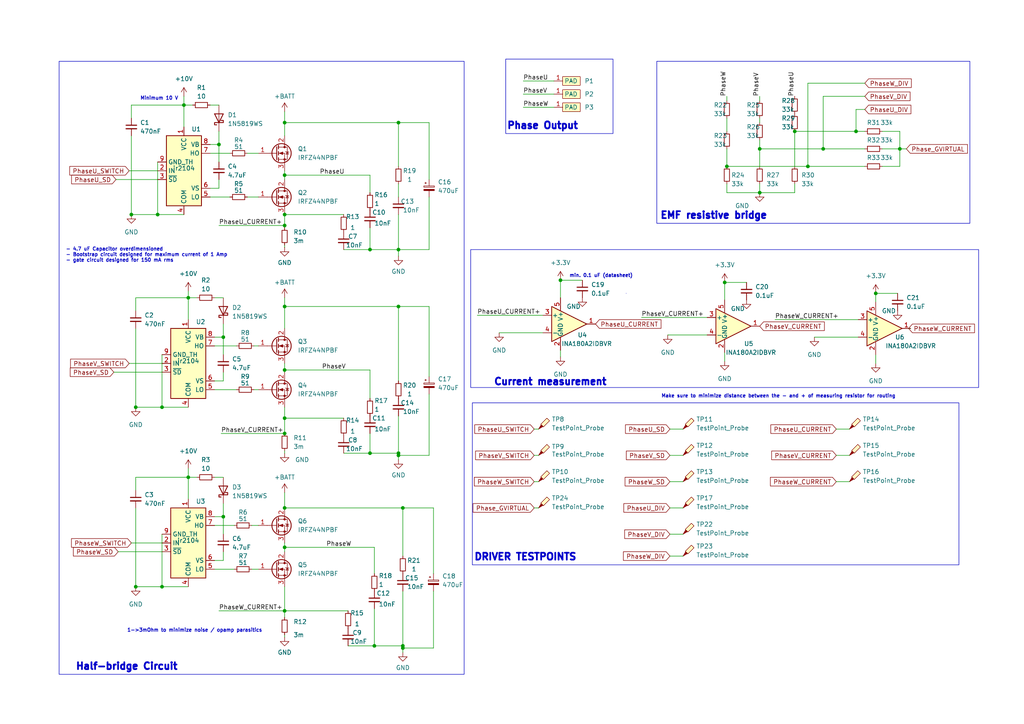
<source format=kicad_sch>
(kicad_sch (version 20231120) (generator "eeschema") (generator_version "8.0")
  (paper "A4")
  (title_block (title "BLDC Driver Project") (rev "1.0") (company "IW"))
  (junction (at 210.82 48.26))
  (junction (at 248.285 38.1))
  (junction (at 82.55 121.285))
  (junction (at 64.77 149.86))
  (junction (at 107.315 72.39))
  (junction (at 220.345 43.18))
  (junction (at 53.34 30.48))
  (junction (at 45.72 62.23))
  (junction (at 82.55 62.23))
  (junction (at 39.37 118.11))
  (junction (at 82.55 158.75))
  (junction (at 234.315 48.26))
  (junction (at 64.77 97.79))
  (junction (at 115.57 131.445))
  (junction (at 82.55 147.32))
  (junction (at 162.56 81.28))
  (junction (at 115.57 132.08))
  (junction (at 38.1 62.23))
  (junction (at 82.55 50.8))
  (junction (at 54.61 138.43))
  (junction (at 116.84 187.325))
  (junction (at 82.55 107.315))
  (junction (at 82.55 88.9))
  (junction (at 107.315 131.445))
  (junction (at 116.84 147.32))
  (junction (at 238.76 43.18))
  (junction (at 220.345 55.88))
  (junction (at 82.55 177.165))
  (junction (at 116.84 187.96))
  (junction (at 210.185 81.915))
  (junction (at 46.99 170.18))
  (junction (at 115.57 35.56))
  (junction (at 230.505 38.1))
  (junction (at 115.57 72.39))
  (junction (at 46.99 118.11))
  (junction (at 108.585 187.325))
  (junction (at 254 85.09))
  (junction (at 82.55 125.73))
  (junction (at 82.55 35.56))
  (junction (at 82.55 65.405))
  (junction (at 63.5 41.91))
  (junction (at 54.61 86.36))
  (junction (at 260.985 43.18))
  (junction (at 115.57 88.9))
  (junction (at 39.37 170.18))
  (wire (pts (xy 234.315 24.13) (xy 250.825 24.13)))
  (wire (pts (xy 53.34 27.94) (xy 53.34 30.48)))
  (wire (pts (xy 63.5 46.99) (xy 63.5 41.91)))
  (wire (pts (xy 60.96 41.91) (xy 63.5 41.91)))
  (wire (pts (xy 107.315 131.445) (xy 115.57 131.445)))
  (wire (pts (xy 53.34 30.48) (xy 53.34 36.83)))
  (wire (pts (xy 60.96 54.61) (xy 63.5 54.61)))
  (wire (pts (xy 71.755 44.45) (xy 74.93 44.45)))
  (wire (pts (xy 82.55 107.315) (xy 107.315 107.315)))
  (wire (pts (xy 260.985 43.18) (xy 255.905 43.18)))
  (wire (pts (xy 107.315 107.315) (xy 107.315 115.57)))
  (wire (pts (xy 45.72 46.99) (xy 45.72 62.23)))
  (wire (pts (xy 46.99 170.18) (xy 54.61 170.18)))
  (wire (pts (xy 39.37 118.11) (xy 46.99 118.11)))
  (wire (pts (xy 73.66 113.03) (xy 74.93 113.03)))
  (wire (pts (xy 260.985 38.1) (xy 255.905 38.1)))
  (wire (pts (xy 39.37 170.18) (xy 46.99 170.18)))
  (wire (pts (xy 248.285 31.75) (xy 248.285 38.1)))
  (wire (pts (xy 82.55 170.18) (xy 82.55 177.165)))
  (wire (pts (xy 39.37 138.43) (xy 54.61 138.43)))
  (wire (pts (xy 108.585 166.37) (xy 108.585 158.75)))
  (wire (pts (xy 151.765 31.115) (xy 160.655 31.115)))
  (wire (pts (xy 82.55 118.11) (xy 82.55 121.285)))
  (wire (pts (xy 73.66 100.33) (xy 74.93 100.33)))
  (wire (pts (xy 115.57 131.445) (xy 115.57 132.08)))
  (wire (pts (xy 115.57 88.9) (xy 115.57 110.49)))
  (wire (pts (xy 100.965 187.325) (xy 108.585 187.325)))
  (wire (pts (xy 39.37 90.17) (xy 39.37 86.36)))
  (wire (pts (xy 260.985 48.26) (xy 255.905 48.26)))
  (wire (pts (xy 238.76 43.18) (xy 250.825 43.18)))
  (wire (pts (xy 125.73 171.45) (xy 125.73 187.96)))
  (wire (pts (xy 210.82 53.34) (xy 210.82 55.88)))
  (wire (pts (xy 82.55 157.48) (xy 82.55 158.75)))
  (wire (pts (xy 194.31 154.94) (xy 198.12 154.94)))
  (wire (pts (xy 62.23 97.79) (xy 64.77 97.79)))
  (wire (pts (xy 210.82 55.88) (xy 220.345 55.88)))
  (wire (pts (xy 39.37 147.32) (xy 39.37 170.18)))
  (wire (pts (xy 54.61 84.455) (xy 54.61 86.36)))
  (wire (pts (xy 220.345 34.29) (xy 220.345 35.56)))
  (wire (pts (xy 66.675 57.15) (xy 60.96 57.15)))
  (wire (pts (xy 39.37 142.24) (xy 39.37 138.43)))
  (wire (pts (xy 62.23 113.03) (xy 68.58 113.03)))
  (wire (pts (xy 248.285 38.1) (xy 250.825 38.1)))
  (wire (pts (xy 108.585 176.53) (xy 108.585 187.325)))
  (wire (pts (xy 115.57 72.39) (xy 115.57 74.295)))
  (wire (pts (xy 154.94 147.32) (xy 156.21 147.32)))
  (wire (pts (xy 210.185 81.915) (xy 210.185 86.995)))
  (wire (pts (xy 64.77 154.94) (xy 64.77 149.86)))
  (wire (pts (xy 224.79 92.71) (xy 248.92 92.71)))
  (wire (pts (xy 230.505 53.34) (xy 230.505 55.88)))
  (wire (pts (xy 54.61 135.89) (xy 54.61 138.43)))
  (wire (pts (xy 54.61 138.43) (xy 54.61 144.78)))
  (wire (pts (xy 82.55 121.285) (xy 82.55 125.73)))
  (wire (pts (xy 37.465 105.41) (xy 46.99 105.41)))
  (wire (pts (xy 151.765 23.495) (xy 160.655 23.495)))
  (wire (pts (xy 64.77 146.05) (xy 64.77 149.86)))
  (wire (pts (xy 250.825 27.94) (xy 238.76 27.94)))
  (wire (pts (xy 156.21 139.7) (xy 154.94 139.7)))
  (wire (pts (xy 82.55 184.15) (xy 82.55 184.785)))
  (wire (pts (xy 107.315 50.8) (xy 107.315 55.88)))
  (wire (pts (xy 62.23 86.36) (xy 64.77 86.36)))
  (wire (pts (xy 71.755 57.15) (xy 74.93 57.15)))
  (wire (pts (xy 242.57 132.08) (xy 246.38 132.08)))
  (wire (pts (xy 194.31 147.32) (xy 198.12 147.32)))
  (wire (pts (xy 210.82 48.26) (xy 234.315 48.26)))
  (wire (pts (xy 82.55 35.56) (xy 115.57 35.56)))
  (wire (pts (xy 73.025 152.4) (xy 74.93 152.4)))
  (wire (pts (xy 124.46 114.3) (xy 124.46 132.08)))
  (wire (pts (xy 254 85.09) (xy 260.35 85.09)))
  (wire (pts (xy 186.055 92.075) (xy 205.105 92.075)))
  (wire (pts (xy 108.585 187.325) (xy 116.84 187.325)))
  (wire (pts (xy 82.55 130.81) (xy 82.55 131.445)))
  (wire (pts (xy 107.315 66.04) (xy 107.315 72.39)))
  (wire (pts (xy 194.31 139.7) (xy 198.12 139.7)))
  (wire (pts (xy 82.55 107.95) (xy 82.55 107.315)))
  (wire (pts (xy 124.46 57.15) (xy 124.46 72.39)))
  (wire (pts (xy 82.55 142.875) (xy 82.55 147.32)))
  (wire (pts (xy 194.31 124.46) (xy 198.12 124.46)))
  (wire (pts (xy 124.46 35.56) (xy 115.57 35.56)))
  (wire (pts (xy 210.82 43.18) (xy 210.82 48.26)))
  (wire (pts (xy 82.55 147.32) (xy 116.84 147.32)))
  (wire (pts (xy 99.695 131.445) (xy 107.315 131.445)))
  (wire (pts (xy 116.84 161.29) (xy 116.84 147.32)))
  (wire (pts (xy 82.55 105.41) (xy 82.55 107.315)))
  (wire (pts (xy 82.55 50.8) (xy 82.55 52.07)))
  (wire (pts (xy 124.46 52.07) (xy 124.46 35.56)))
  (wire (pts (xy 62.23 110.49) (xy 64.77 110.49)))
  (wire (pts (xy 250.825 31.75) (xy 248.285 31.75)))
  (wire (pts (xy 82.55 32.385) (xy 82.55 35.56)))
  (wire (pts (xy 124.46 132.08) (xy 115.57 132.08)))
  (wire (pts (xy 260.985 38.1) (xy 260.985 43.18)))
  (wire (pts (xy 62.23 100.33) (xy 68.58 100.33)))
  (wire (pts (xy 63.5 177.165) (xy 82.55 177.165)))
  (wire (pts (xy 82.55 158.75) (xy 82.55 160.02)))
  (wire (pts (xy 82.55 86.36) (xy 82.55 88.9)))
  (wire (pts (xy 60.96 44.45) (xy 66.675 44.45)))
  (wire (pts (xy 116.84 171.45) (xy 116.84 187.325)))
  (wire (pts (xy 38.1 157.48) (xy 46.99 157.48)))
  (wire (pts (xy 62.23 152.4) (xy 67.945 152.4)))
  (wire (pts (xy 82.55 65.405) (xy 82.55 66.04)))
  (wire (pts (xy 64.77 93.98) (xy 64.77 97.79)))
  (wire (pts (xy 230.505 38.1) (xy 248.285 38.1)))
  (wire (pts (xy 210.185 102.235) (xy 210.185 104.775)))
  (wire (pts (xy 124.46 72.39) (xy 115.57 72.39)))
  (wire (pts (xy 82.55 88.9) (xy 82.55 95.25)))
  (wire (pts (xy 242.57 124.46) (xy 246.38 124.46)))
  (wire (pts (xy 220.345 43.18) (xy 238.76 43.18)))
  (wire (pts (xy 116.84 187.325) (xy 116.84 187.96)))
  (wire (pts (xy 54.61 86.36) (xy 54.61 92.71)))
  (wire (pts (xy 115.57 120.65) (xy 115.57 131.445)))
  (wire (pts (xy 194.31 161.29) (xy 198.12 161.29)))
  (wire (pts (xy 234.315 24.13) (xy 234.315 48.26)))
  (wire (pts (xy 115.57 57.15) (xy 115.57 53.34)))
  (wire (pts (xy 82.55 39.37) (xy 82.55 35.56)))
  (wire (pts (xy 64.77 102.87) (xy 64.77 97.79)))
  (wire (pts (xy 260.985 43.18) (xy 262.89 43.18)))
  (wire (pts (xy 124.46 88.9) (xy 124.46 109.22)))
  (wire (pts (xy 162.56 81.28) (xy 168.91 81.28)))
  (wire (pts (xy 62.23 138.43) (xy 64.77 138.43)))
  (wire (pts (xy 64.135 125.73) (xy 82.55 125.73)))
  (wire (pts (xy 154.94 124.46) (xy 156.21 124.46)))
  (wire (pts (xy 156.21 132.08) (xy 154.94 132.08)))
  (wire (pts (xy 82.55 71.12) (xy 82.55 71.755)))
  (wire (pts (xy 64.77 160.02) (xy 64.77 162.56)))
  (wire (pts (xy 62.23 149.86) (xy 64.77 149.86)))
  (wire (pts (xy 220.345 55.88) (xy 230.505 55.88)))
  (wire (pts (xy 33.02 107.95) (xy 46.99 107.95)))
  (wire (pts (xy 82.55 62.23) (xy 82.55 65.405)))
  (wire (pts (xy 33.655 52.07) (xy 45.72 52.07)))
  (wire (pts (xy 62.23 162.56) (xy 64.77 162.56)))
  (wire (pts (xy 34.29 160.02) (xy 46.99 160.02)))
  (wire (pts (xy 46.99 154.94) (xy 46.99 170.18)))
  (wire (pts (xy 238.76 27.94) (xy 238.76 43.18)))
  (wire (pts (xy 37.465 49.53) (xy 45.72 49.53)))
  (wire (pts (xy 263.525 95.25) (xy 264.16 95.25)))
  (wire (pts (xy 63.5 52.07) (xy 63.5 54.61)))
  (wire (pts (xy 54.61 138.43) (xy 57.15 138.43)))
  (wire (pts (xy 210.82 27.94) (xy 210.82 29.21)))
  (wire (pts (xy 115.57 132.08) (xy 115.57 133.35)))
  (wire (pts (xy 62.23 165.1) (xy 67.945 165.1)))
  (wire (pts (xy 151.765 27.305) (xy 160.655 27.305)))
  (wire (pts (xy 193.675 97.155) (xy 205.105 97.155)))
  (wire (pts (xy 162.56 81.28) (xy 162.56 86.36)))
  (wire (pts (xy 82.55 177.165) (xy 100.965 177.165)))
  (wire (pts (xy 82.55 50.8) (xy 107.315 50.8)))
  (wire (pts (xy 38.1 39.37) (xy 38.1 62.23)))
  (wire (pts (xy 138.43 91.44) (xy 157.48 91.44)))
  (wire (pts (xy 38.1 62.23) (xy 45.72 62.23)))
  (wire (pts (xy 125.73 147.32) (xy 116.84 147.32)))
  (wire (pts (xy 38.1 34.29) (xy 38.1 30.48)))
  (wire (pts (xy 38.1 30.48) (xy 53.34 30.48)))
  (wire (pts (xy 115.57 62.23) (xy 115.57 72.39)))
  (wire (pts (xy 220.345 27.94) (xy 220.345 29.21)))
  (wire (pts (xy 107.315 125.73) (xy 107.315 131.445)))
  (wire (pts (xy 107.315 72.39) (xy 115.57 72.39)))
  (wire (pts (xy 55.88 30.48) (xy 53.34 30.48)))
  (wire (pts (xy 220.345 53.34) (xy 220.345 55.88)))
  (wire (pts (xy 236.22 97.79) (xy 248.92 97.79)))
  (wire (pts (xy 82.55 158.75) (xy 108.585 158.75)))
  (wire (pts (xy 144.78 96.52) (xy 157.48 96.52)))
  (wire (pts (xy 234.315 48.26) (xy 250.825 48.26)))
  (wire (pts (xy 230.505 38.1) (xy 230.505 48.26)))
  (wire (pts (xy 220.345 40.64) (xy 220.345 43.18)))
  (wire (pts (xy 162.56 103.505) (xy 162.56 101.6)))
  (wire (pts (xy 39.37 95.25) (xy 39.37 118.11)))
  (wire (pts (xy 39.37 86.36) (xy 54.61 86.36)))
  (wire (pts (xy 124.46 88.9) (xy 115.57 88.9)))
  (wire (pts (xy 210.82 34.29) (xy 210.82 38.1)))
  (wire (pts (xy 194.31 132.08) (xy 198.12 132.08)))
  (wire (pts (xy 99.695 72.39) (xy 107.315 72.39)))
  (wire (pts (xy 82.55 49.53) (xy 82.55 50.8)))
  (wire (pts (xy 220.345 43.18) (xy 220.345 48.26)))
  (wire (pts (xy 210.185 81.915) (xy 216.535 81.915)))
  (wire (pts (xy 115.57 48.26) (xy 115.57 35.56)))
  (wire (pts (xy 46.99 118.11) (xy 54.61 118.11)))
  (wire (pts (xy 242.57 139.7) (xy 246.38 139.7)))
  (wire (pts (xy 46.99 102.87) (xy 46.99 118.11)))
  (wire (pts (xy 73.025 165.1) (xy 74.93 165.1)))
  (wire (pts (xy 125.73 166.37) (xy 125.73 147.32)))
  (wire (pts (xy 82.55 121.285) (xy 99.695 121.285)))
  (wire (pts (xy 116.84 187.96) (xy 116.84 189.23)))
  (wire (pts (xy 82.55 177.165) (xy 82.55 179.07)))
  (wire (pts (xy 45.72 62.23) (xy 53.34 62.23)))
  (wire (pts (xy 254 102.87) (xy 254 105.41)))
  (wire (pts (xy 82.55 88.9) (xy 115.57 88.9)))
  (wire (pts (xy 63.5 65.405) (xy 82.55 65.405)))
  (wire (pts (xy 82.55 62.23) (xy 99.695 62.23)))
  (wire (pts (xy 57.15 86.36) (xy 54.61 86.36)))
  (wire (pts (xy 64.77 107.95) (xy 64.77 110.49)))
  (wire (pts (xy 125.73 187.96) (xy 116.84 187.96)))
  (wire (pts (xy 260.985 43.18) (xy 260.985 48.26)))
  (wire (pts (xy 254 85.09) (xy 254 87.63)))
  (wire (pts (xy 63.5 38.1) (xy 63.5 41.91)))
  (wire (pts (xy 60.96 30.48) (xy 63.5 30.48)))
  (rectangle (start 146.685 17.145) (end 177.8 38.735))
  (rectangle (start 17.145 17.78) (end 134.62 195.58))
  (rectangle (start 137 116.84) (end 278.13 163.83))
  (rectangle (start 190.5 17.78) (end 281.305 64.77))
  (rectangle (start 136.525 72.39) (end 283.845 112.395))
  (text_box "" (at 181.61 85.09 0) (size 0 0) (effects (font (size 1 1) (bold yes)) (justify left top)))
  (text_box "Half-bridge Circuit" (at 20.32 190.5 0) (size 35.56 5.08) (stroke (width -0.0001)) (effects (font (size 2 2) (thickness 2) (bold yes)) (justify left top)))
  (text_box "Phase Output" (at 145.415 33.655 0) (size 29.21 5.08) (stroke (width -0.0001)) (effects (font (size 2 2) (thickness 2) (bold yes)) (justify left top)))
  (text_box "DRIVER TESTPOINTS" (at 135.89 158.75 0) (size 35.56 5.08) (stroke (width -0.0001)) (effects (font (size 2 2) (thickness 2) (bold yes)) (justify left top)))
  (text_box "EMF resistive bridge" (at 189.865 59.69 0) (size 40.64 5.08) (stroke (width -0.0001)) (effects (font (size 2 2) (thickness 2) (bold yes)) (justify left top)))
  (text_box "Current measurement\n" (at 141.605 107.95 0) (size 54.61 5.08) (stroke (width -0.0001)) (effects (font (size 2 2) (thickness 2) (bold yes)) (justify left top)))
  (text "Make sure to minimize distance between the - and + of measuring resistor for routing" (at 191.77 115.57 0) (effects (font (size 1 1) (bold yes)) (justify left bottom)))
  (text "min. 0.1 uF (datasheet)\n" (at 165.1 80.645 0) (effects (font (size 1 1) (bold yes)) (justify left bottom)))
  (text "Minimum 10 V" (at 40.64 29.21 0) (effects (font (size 1 1) (bold yes)) (justify left bottom)))
  (text "1->3mOhm to minimize noise / opamp parasitics" (at 36.83 183.515 0) (effects (font (size 1 1) (bold yes)) (justify left bottom)))
  (text "- 4.7 uF Capacitor overdimensioned\n- Bootstrap circuit designed for maximum current of 1 Amp\n- gate circuit designed for 150 mA rms\n" (at 19.05 76.2 0) (effects (font (size 1 1) (bold yes)) (justify left bottom)))
  (label "PhaseU" (at 92.71 50.8 0))
  (label "PhaseV" (at 220.345 27.94 90))
  (label "PhaseW" (at 94.615 158.75 0))
  (label "PhaseW" (at 151.765 31.115 0))
  (label "PhaseU" (at 230.505 27.94 90))
  (label "PhaseV" (at 93.345 107.315 0))
  (label "PhaseV_CURRENT+" (at 186.055 92.075 0))
  (label "PhaseU" (at 151.765 23.495 0))
  (label "PhaseW_CURRENT+" (at 224.79 92.71 0))
  (label "PhaseU_CURRENT+" (at 138.43 91.44 0))
  (label "PhaseW_CURRENT+" (at 63.5 177.165 0))
  (label "PhaseW" (at 210.82 27.94 90))
  (label "PhaseV" (at 151.765 27.305 0))
  (label "PhaseU_CURRENT+" (at 63.5 65.405 0))
  (label "PhaseV_CURRENT+" (at 64.135 125.73 0))
  (global_label "PhaseW_DIV" (shape input) (at 250.825 24.13 0) (property "Intersheetrefs" "${INTERSHEET_REFS}" (effects (hide yes))))
  (global_label "Phase_GVIRTUAL" (shape input) (at 262.89 43.18 0) (property "Intersheetrefs" "${INTERSHEET_REFS}" (effects (hide yes))))
  (global_label "Phase_GVIRTUAL" (shape input) (at 154.94 147.32 180) (property "Intersheetrefs" "${INTERSHEET_REFS}" (effects (hide yes))))
  (global_label "PhaseW_SWITCH" (shape input) (at 154.94 139.7 180) (property "Intersheetrefs" "${INTERSHEET_REFS}" (effects (hide yes))))
  (global_label "PhaseV_CURRENT" (shape input) (at 220.345 94.615 0) (property "Intersheetrefs" "${INTERSHEET_REFS}" (effects (hide yes))))
  (global_label "PhaseU_SWITCH" (shape input) (at 37.465 49.53 180) (property "Intersheetrefs" "${INTERSHEET_REFS}" (effects (hide yes))))
  (global_label "PhaseV_DIV" (shape input) (at 250.825 27.94 0) (property "Intersheetrefs" "${INTERSHEET_REFS}" (effects (hide yes))))
  (global_label "PhaseU_SD" (shape input) (at 194.31 124.46 180) (property "Intersheetrefs" "${INTERSHEET_REFS}" (effects (hide yes))))
  (global_label "PhaseW_SWITCH" (shape input) (at 38.1 157.48 180) (property "Intersheetrefs" "${INTERSHEET_REFS}" (effects (hide yes))))
  (global_label "PhaseV_SWITCH" (shape input) (at 154.94 132.08 180) (property "Intersheetrefs" "${INTERSHEET_REFS}" (effects (hide yes))))
  (global_label "PhaseU_CURRENT" (shape input) (at 242.57 124.46 180) (property "Intersheetrefs" "${INTERSHEET_REFS}" (effects (hide yes))))
  (global_label "PhaseV_DIV" (shape input) (at 194.31 154.94 180) (property "Intersheetrefs" "${INTERSHEET_REFS}" (effects (hide yes))))
  (global_label "PhaseW_CURRENT" (shape input) (at 263.525 95.25 0) (property "Intersheetrefs" "${INTERSHEET_REFS}" (effects (hide yes))))
  (global_label "PhaseW_CURRENT" (shape input) (at 242.57 139.7 180) (property "Intersheetrefs" "${INTERSHEET_REFS}" (effects (hide yes))))
  (global_label "PhaseU_DIV" (shape input) (at 194.31 147.32 180) (property "Intersheetrefs" "${INTERSHEET_REFS}" (effects (hide yes))))
  (global_label "PhaseV_CURRENT" (shape input) (at 242.57 132.08 180) (property "Intersheetrefs" "${INTERSHEET_REFS}" (effects (hide yes))))
  (global_label "PhaseV_SWITCH" (shape input) (at 37.465 105.41 180) (property "Intersheetrefs" "${INTERSHEET_REFS}" (effects (hide yes))))
  (global_label "PhaseU_DIV" (shape input) (at 250.825 31.75 0) (property "Intersheetrefs" "${INTERSHEET_REFS}" (effects (hide yes))))
  (global_label "PhaseV_SD" (shape input) (at 33.02 107.95 180) (property "Intersheetrefs" "${INTERSHEET_REFS}" (effects (hide yes))))
  (global_label "PhaseU_SWITCH" (shape input) (at 154.94 124.46 180) (property "Intersheetrefs" "${INTERSHEET_REFS}" (effects (hide yes))))
  (global_label "PhaseU_SD" (shape input) (at 33.655 52.07 180) (property "Intersheetrefs" "${INTERSHEET_REFS}" (effects (hide yes))))
  (global_label "PhaseV_SD" (shape input) (at 194.31 132.08 180) (property "Intersheetrefs" "${INTERSHEET_REFS}" (effects (hide yes))))
  (global_label "PhaseW_SD" (shape input) (at 34.29 160.02 180) (property "Intersheetrefs" "${INTERSHEET_REFS}" (effects (hide yes))))
  (global_label "PhaseU_CURRENT" (shape input) (at 172.72 93.98 0) (property "Intersheetrefs" "${INTERSHEET_REFS}" (effects (hide yes))))
  (global_label "PhaseW_SD" (shape input) (at 194.31 139.7 180) (property "Intersheetrefs" "${INTERSHEET_REFS}" (effects (hide yes))))
  (global_label "PhaseW_DIV" (shape input) (at 194.31 161.29 180) (property "Intersheetrefs" "${INTERSHEET_REFS}" (effects (hide yes))))
  (symbol (lib_id "Connector:TestPoint_Probe") (at 246.38 124.46 0) (unit 1)
    (property "Reference" "TP14" (at 250.19 121.6025 0) (effects (justify left)))
    (property "Value" "TestPoint_Probe" (at 250.19 124.1425 0) (effects (justify left)))
    (property "Footprint" "bldc:TestPoint_THTPad_D1.0mm_Drill0.5mm" (effects (hide yes)))
  )
  (symbol (lib_id "Device:R_Small") (at 230.505 30.48 180) (unit 1)
    (property "Reference" "R28" (at 226.695 29.21 0) (effects (justify right)))
    (property "Value" "33k" (at 226.695 31.75 0) (effects (justify right)))
    (property "Footprint" "Resistor_SMD:R_0603_1608Metric" (effects (hide yes)))
    (property "Datasheet" "https://wmsc.lcsc.com/wmsc/upload/file/pdf/v2/lcsc/2206010230_UNI-ROYAL-Uniroyal-Elec-0603WAF3302T5E_C4216.pdf" (effects (hide yes)))
    (property "Manufacturing part number" "0603WAF3302T5E" (effects (hide yes)))
    (property "LCSC Part Number" "C4216" (effects (hide yes)))
  )
  (symbol (lib_id "Device:R_Small") (at 70.485 165.1 90) (unit 1)
    (property "Reference" "R7" (at 70.485 161.29 90))
    (property "Value" "51" (at 70.485 163.195 90))
    (property "Footprint" "Resistor_SMD:R_1206_3216Metric" (effects (hide yes)))
    (property "Datasheet" "https://wmsc.lcsc.com/wmsc/upload/file/pdf/v2/lcsc/2206010145_UNI-ROYAL-Uniroyal-Elec-1206W4F510JT5E_C18019.pdf" (effects (hide yes)))
    (property "Manufacturing part number" "1206W4F510JT5E" (effects (hide yes)))
    (property "LCSC Part Number" "C18019" (effects (hide yes)))
  )
  (symbol (lib_id "Device:R_Small") (at 210.82 50.8 180) (unit 1)
    (property "Reference" "R24" (at 212.09 50.8 0) (effects (justify right)))
    (property "Value" "33k" (at 212.09 53.34 0) (effects (justify right)))
    (property "Footprint" "Resistor_SMD:R_0603_1608Metric" (effects (hide yes)))
    (property "Datasheet" "https://wmsc.lcsc.com/wmsc/upload/file/pdf/v2/lcsc/2206010230_UNI-ROYAL-Uniroyal-Elec-0603WAF3302T5E_C4216.pdf" (effects (hide yes)))
    (property "Manufacturing part number" "0603WAF3302T5E" (effects (hide yes)))
    (property "LCSC Part Number" "C4216" (effects (hide yes)))
  )
  (symbol (lib_id "power:GND") (at 216.535 86.995 0) (unit 1)
    (property "Reference" "#PWR024" (effects (hide yes)))
    (property "Value" "GND" (at 213.995 89.535 0))
  )
  (symbol (lib_id "Device:R_Small") (at 220.345 50.8 180) (unit 1)
    (property "Reference" "R27" (at 222.25 50.8 0) (effects (justify right)))
    (property "Value" "33k" (at 222.25 53.34 0) (effects (justify right)))
    (property "Footprint" "Resistor_SMD:R_0603_1608Metric" (effects (hide yes)))
    (property "Datasheet" "https://wmsc.lcsc.com/wmsc/upload/file/pdf/v2/lcsc/2206010230_UNI-ROYAL-Uniroyal-Elec-0603WAF3302T5E_C4216.pdf" (effects (hide yes)))
    (property "Manufacturing part number" "0603WAF3302T5E" (effects (hide yes)))
    (property "LCSC Part Number" "C4216" (effects (hide yes)))
  )
  (symbol (lib_id "Device:C_Small") (at 39.37 144.78 0) (unit 1)
    (property "Reference" "C3" (at 41.91 143.5163 0) (effects (justify left)))
    (property "Value" "470nF" (at 41.91 146.0563 0) (effects (justify left)))
    (property "Footprint" "Capacitor_SMD:C_0603_1608Metric" (effects (hide yes)))
    (property "Datasheet" "https://wmsc.lcsc.com/wmsc/upload/file/pdf/v2/lcsc/2304140030_Samsung-Electro-Mechanics-CL10B474KA8NNNC_C1623.pdf" (effects (hide yes)))
    (property "Manufacturing part number" "CL10B474KA8NNNC" (effects (hide yes)))
    (property "LCSC Part Number" "C1623" (effects (hide yes)))
  )
  (symbol (lib_id "bldc:IRFZ44N") (at 80.01 152.4 0) (unit 1)
    (property "Reference" "Q6" (at 86.36 151.13 0) (effects (justify left)))
    (property "Value" "IRFZ44NPBF" (at 86.36 153.67 0) (effects (justify left)))
    (property "Footprint" "Package_TO_SOT_THT:TO-220-3_Vertical" (effects (hide yes)))
    (property "Datasheet" "https://wmsc.lcsc.com/wmsc/upload/file/pdf/v2/lcsc/1809041919_Infineon-Technologies-IRFZ44NPBF_C2586.pdf" (effects (hide yes)))
    (property "Manufacturing part number" "IRFZ44NPBF" (effects (hide yes)))
    (property "LCSC Part Number" "C2586" (effects (hide yes)))
  )
  (symbol (lib_id "bldc:pad") (at 165.735 31.115 0) (unit 1)
    (property "Reference" "P3" (at 169.545 31.115 0) (effects (justify left)))
    (property "Value" "~" (at 165.735 31.115 0))
    (property "Footprint" "bldc:SolderWirePad_1x01_SMD_5x10mm" (effects (hide yes)))
  )
  (symbol (lib_name "ir2104_th_2") (lib_id "bldc:ir2104_th") (at 54.61 105.41 0) (unit 1)
    (property "Reference" "U2" (at 56.8041 93.345 0) (effects (justify left)))
    (property "Value" "ir2104" (at 54.61 105.41 0) (effects (justify bottom)))
    (property "Footprint" "Package_SO:SOIC-8-1EP_3.9x4.9mm_P1.27mm_EP2.29x3mm" (effects (hide yes)))
    (property "Datasheet" "file:///home/igorwolfs/Downloads/1.translated.pdf" (effects (hide yes)))
    (property "Manufacturing part number" "IR2104STRPBF-JSM" (effects (hide yes)))
    (property "LCSC Part Number" "C5804631" (effects (hide yes)))
  )
  (symbol (lib_id "Device:R_Small") (at 99.695 123.825 0) (unit 1)
    (property "Reference" "R14" (at 100.33 121.92 0) (effects (justify left)))
    (property "Value" "1" (at 101.6 125.095 0) (effects (justify left)))
    (property "Footprint" "Resistor_SMD:R_0603_1608Metric" (effects (hide yes)))
    (property "Datasheet" "https://wmsc.lcsc.com/wmsc/upload/file/pdf/v2/lcsc/2206010130_UNI-ROYAL-Uniroyal-Elec-0603WAF100KT5E_C22936.pdf" (effects (hide yes)))
    (property "Manufacturing part number" "0603WAF100KT5E" (effects (hide yes)))
    (property "LCSC Part Number" "C22936" (effects (hide yes)))
  )
  (symbol (lib_id "Device:R_Small") (at 58.42 30.48 90) (unit 1)
    (property "Reference" "R1" (at 58.42 25.4 90))
    (property "Value" "10" (at 58.42 27.94 90))
    (property "Footprint" "Resistor_SMD:R_1206_3216Metric" (effects (hide yes)))
    (property "Datasheet" "https://wmsc.lcsc.com/wmsc/upload/file/pdf/v2/lcsc/2206010145_UNI-ROYAL-Uniroyal-Elec-1206W4F100JT5E_C17903.pdf" (effects (hide yes)))
    (property "Manufacturing part number" "1206W4F100JT5E" (effects (hide yes)))
    (property "LCSC Part Number" "C17903" (effects (hide yes)))
  )
  (symbol (lib_id "Amplifier_Current:INA180A2") (at 256.54 95.25 0) (unit 1)
    (property "Reference" "U6" (at 260.985 97.79 0))
    (property "Value" "INA180A2IDBVR" (at 264.16 100.33 0))
    (property "Footprint" "Package_TO_SOT_SMD:SOT-23-5" (effects (hide yes)))
    (property "Datasheet" "https://wmsc.lcsc.com/wmsc/upload/file/pdf/v2/lcsc/1811021124_Texas-Instruments-INA180A2IDBVR_C192764.pdf" (effects (hide yes)))
    (property "Manufacturing part number" "INA180A2IDBVR" (effects (hide yes)))
    (property "LCSC Part Number" "C192764" (effects (hide yes)))
  )
  (symbol (lib_id "power:GND") (at 116.84 189.23 0) (unit 1)
    (property "Reference" "#PWR015" (effects (hide yes)))
    (property "Value" "GND" (at 116.84 193.675 0))
  )
  (symbol (lib_id "Device:R_Small") (at 116.84 163.83 0) (unit 1)
    (property "Reference" "R21" (at 118.11 162.56 0) (effects (justify left)))
    (property "Value" "1" (at 119.38 165.1 0) (effects (justify left)))
    (property "Footprint" "Resistor_SMD:R_0603_1608Metric" (effects (hide yes)))
    (property "Datasheet" "https://wmsc.lcsc.com/wmsc/upload/file/pdf/v2/lcsc/2206010130_UNI-ROYAL-Uniroyal-Elec-0603WAF100KT5E_C22936.pdf" (effects (hide yes)))
    (property "Manufacturing part number" "0603WAF100KT5E" (effects (hide yes)))
    (property "LCSC Part Number" "C22936" (effects (hide yes)))
  )
  (symbol (lib_id "Device:R_Small") (at 59.69 86.36 90) (unit 1)
    (property "Reference" "R2" (at 59.69 81.28 90))
    (property "Value" "10" (at 59.69 83.82 90))
    (property "Footprint" "Resistor_SMD:R_1206_3216Metric" (effects (hide yes)))
    (property "Datasheet" "https://wmsc.lcsc.com/wmsc/upload/file/pdf/v2/lcsc/2206010145_UNI-ROYAL-Uniroyal-Elec-1206W4F100JT5E_C17903.pdf" (effects (hide yes)))
    (property "Manufacturing part number" "1206W4F100JT5E" (effects (hide yes)))
    (property "LCSC Part Number" "C17903" (effects (hide yes)))
  )
  (symbol (lib_id "Connector:TestPoint_Probe") (at 198.12 132.08 0) (unit 1)
    (property "Reference" "TP12" (at 201.93 129.2225 0) (effects (justify left)))
    (property "Value" "TestPoint_Probe" (at 201.93 131.7625 0) (effects (justify left)))
    (property "Footprint" "bldc:TestPoint_THTPad_D1.0mm_Drill0.5mm" (effects (hide yes)))
  )
  (symbol (lib_id "Device:C_Small") (at 115.57 59.69 0) (unit 1)
    (property "Reference" "C13" (at 116.205 58.42 0) (effects (justify left)))
    (property "Value" "10nF" (at 116.84 60.96 0) (effects (justify left)))
    (property "Footprint" "Capacitor_SMD:C_0402_1005Metric" (effects (hide yes)))
    (property "Datasheet" "https://wmsc.lcsc.com/wmsc/upload/file/pdf/v2/lcsc/2304140030_Samsung-Electro-Mechanics-CL05B103KB5NNNC_C15195.pdf" (effects (hide yes)))
    (property "Manufacturing part number" "CL05B103KB5NNNC" (effects (hide yes)))
    (property "LCSC Part Number" "C15195" (effects (hide yes)))
  )
  (symbol (lib_id "Device:R_Small") (at 210.82 40.64 180) (unit 1)
    (property "Reference" "R23" (at 207.01 39.37 0) (effects (justify right)))
    (property "Value" "33k" (at 207.01 41.91 0) (effects (justify right)))
    (property "Footprint" "Resistor_SMD:R_0603_1608Metric" (effects (hide yes)))
    (property "Datasheet" "https://wmsc.lcsc.com/wmsc/upload/file/pdf/v2/lcsc/2206010230_UNI-ROYAL-Uniroyal-Elec-0603WAF3302T5E_C4216.pdf" (effects (hide yes)))
    (property "Manufacturing part number" "0603WAF3302T5E" (effects (hide yes)))
    (property "LCSC Part Number" "C4216" (effects (hide yes)))
  )
  (symbol (lib_id "power:GND") (at 254 105.41 0) (unit 1)
    (property "Reference" "#PWR027" (effects (hide yes)))
    (property "Value" "GND" (at 254 110.49 0))
  )
  (symbol (lib_id "bldc:IRFZ44N") (at 80.01 57.15 0) (unit 1)
    (property "Reference" "Q2" (at 86.36 55.88 0) (effects (justify left)))
    (property "Value" "IRFZ44NPBF" (at 86.36 58.42 0) (effects (justify left)))
    (property "Footprint" "Package_TO_SOT_THT:TO-220-3_Vertical" (effects (hide yes)))
    (property "Datasheet" "https://wmsc.lcsc.com/wmsc/upload/file/pdf/v2/lcsc/1809041919_Infineon-Technologies-IRFZ44NPBF_C2586.pdf" (effects (hide yes)))
    (property "Manufacturing part number" "IRFZ44NPBF" (effects (hide yes)))
    (property "LCSC Part Number" "C2586" (effects (hide yes)))
  )
  (symbol (lib_id "Device:C_Small") (at 64.77 105.41 0) (unit 1)
    (property "Reference" "C5" (at 67.31 104.1463 0) (effects (justify left)))
    (property "Value" "4.7uF" (at 67.31 106.6863 0) (effects (justify left)))
    (property "Footprint" "Capacitor_SMD:C_0603_1608Metric" (effects (hide yes)))
    (property "Datasheet" "https://wmsc.lcsc.com/wmsc/upload/file/pdf/v2/lcsc/2304140030_Samsung-Electro-Mechanics-CL10A475KO8NNNC_C19666.pdf" (effects (hide yes)))
    (property "Manufacturing part number" "CL10A475KO8NNNC" (effects (hide yes)))
    (property "LCSC Part Number" "C19666" (effects (hide yes)))
  )
  (symbol (lib_id "power:+10V") (at 54.61 84.455 0) (unit 1)
    (property "Reference" "#PWR05" (effects (hide yes)))
    (property "Value" "+10V" (at 54.61 79.375 0))
  )
  (symbol (lib_id "Device:C_Small") (at 116.84 168.91 0) (unit 1)
    (property "Reference" "C15" (at 117.475 167.64 0) (effects (justify left)))
    (property "Value" "10nF" (at 118.11 170.18 0) (effects (justify left)))
    (property "Footprint" "Capacitor_SMD:C_0402_1005Metric" (effects (hide yes)))
    (property "Datasheet" "https://wmsc.lcsc.com/wmsc/upload/file/pdf/v2/lcsc/2304140030_Samsung-Electro-Mechanics-CL05B103KB5NNNC_C15195.pdf" (effects (hide yes)))
    (property "Manufacturing part number" "CL05B103KB5NNNC" (effects (hide yes)))
    (property "LCSC Part Number" "C15195" (effects (hide yes)))
  )
  (symbol (lib_id "Device:R_Small") (at 82.55 68.58 0) (unit 1)
    (property "Reference" "R10" (at 85.09 67.31 0) (effects (justify left)))
    (property "Value" "3m" (at 85.09 69.85 0) (effects (justify left)))
    (property "Footprint" "Resistor_SMD:R_2512_6332Metric" (effects (hide yes)))
    (property "Datasheet" "https://wmsc.lcsc.com/wmsc/upload/file/pdf/v2/lcsc/2110081730_Milliohm-LR2512D-2W-3mR-1-_C500615.pdf" (effects (hide yes)))
    (property "Manufacturing part number" "LR2512D-2W-3mR-1%" (effects (hide yes)))
    (property "LCSC Part Number" "C500615" (effects (hide yes)))
  )
  (symbol (lib_id "Device:R_Small") (at 107.315 58.42 0) (unit 1)
    (property "Reference" "R16" (at 108.585 56.515 0) (effects (justify left)))
    (property "Value" "1" (at 108.585 59.055 0) (effects (justify left)))
    (property "Footprint" "Resistor_SMD:R_0603_1608Metric" (effects (hide yes)))
    (property "Datasheet" "https://wmsc.lcsc.com/wmsc/upload/file/pdf/v2/lcsc/2206010130_UNI-ROYAL-Uniroyal-Elec-0603WAF100KT5E_C22936.pdf" (effects (hide yes)))
    (property "Manufacturing part number" "0603WAF100KT5E" (effects (hide yes)))
    (property "LCSC Part Number" "C22936" (effects (hide yes)))
  )
  (symbol (lib_id "Device:C_Small") (at 260.35 87.63 0) (unit 1)
    (property "Reference" "C21" (at 262.89 86.3663 0) (effects (justify left)))
    (property "Value" "0.1uF" (at 262.89 88.9063 0) (effects (justify left)))
    (property "Footprint" "Capacitor_SMD:C_0402_1005Metric" (effects (hide yes)))
    (property "Datasheet" "https://wmsc.lcsc.com/wmsc/upload/file/pdf/v2/lcsc/2304140030_Samsung-Electro-Mechanics-CL05B104KB54PNC_C307331.pdf" (effects (hide yes)))
    (property "Manufacturing part number" "CL05B104KB54PNC" (effects (hide yes)))
    (property "LCSC Part Number" "C307331" (effects (hide yes)))
  )
  (symbol (lib_id "Device:R_Small") (at 71.12 113.03 90) (unit 1)
    (property "Reference" "R9" (at 71.12 109.22 90))
    (property "Value" "51" (at 71.12 111.125 90))
    (property "Footprint" "Resistor_SMD:R_1206_3216Metric" (effects (hide yes)))
    (property "Datasheet" "https://wmsc.lcsc.com/wmsc/upload/file/pdf/v2/lcsc/2206010145_UNI-ROYAL-Uniroyal-Elec-1206W4F510JT5E_C18019.pdf" (effects (hide yes)))
    (property "Manufacturing part number" "1206W4F510JT5E" (effects (hide yes)))
    (property "LCSC Part Number" "C18019" (effects (hide yes)))
  )
  (symbol (lib_id "Device:R_Small") (at 107.315 118.11 0) (unit 1)
    (property "Reference" "R17" (at 108.585 116.205 0) (effects (justify left)))
    (property "Value" "1" (at 108.585 118.745 0) (effects (justify left)))
    (property "Footprint" "Resistor_SMD:R_0603_1608Metric" (effects (hide yes)))
    (property "Datasheet" "https://wmsc.lcsc.com/wmsc/upload/file/pdf/v2/lcsc/2206010130_UNI-ROYAL-Uniroyal-Elec-0603WAF100KT5E_C22936.pdf" (effects (hide yes)))
    (property "Manufacturing part number" "0603WAF100KT5E" (effects (hide yes)))
    (property "LCSC Part Number" "C22936" (effects (hide yes)))
  )
  (symbol (lib_id "bldc:IRFZ44N") (at 80.01 100.33 0) (unit 1)
    (property "Reference" "Q3" (at 86.36 99.06 0) (effects (justify left)))
    (property "Value" "IRFZ44NPBF" (at 86.36 101.6 0) (effects (justify left)))
    (property "Footprint" "Package_TO_SOT_THT:TO-220-3_Vertical" (effects (hide yes)))
    (property "Datasheet" "https://wmsc.lcsc.com/wmsc/upload/file/pdf/v2/lcsc/1809041919_Infineon-Technologies-IRFZ44NPBF_C2586.pdf" (effects (hide yes)))
    (property "Manufacturing part number" "IRFZ44NPBF" (effects (hide yes)))
    (property "LCSC Part Number" "C2586" (effects (hide yes)))
  )
  (symbol (lib_id "Connector:TestPoint_Probe") (at 246.38 139.7 0) (unit 1)
    (property "Reference" "TP16" (at 250.19 136.8425 0) (effects (justify left)))
    (property "Value" "TestPoint_Probe" (at 250.19 139.3825 0) (effects (justify left)))
    (property "Footprint" "bldc:TestPoint_THTPad_D1.0mm_Drill0.5mm" (effects (hide yes)))
  )
  (symbol (lib_id "Diode:1N5819") (at 64.77 142.24 90) (unit 1)
    (property "Reference" "D3" (at 67.31 141.2875 90) (effects (justify right)))
    (property "Value" "1N5819WS" (at 67.31 143.8275 90) (effects (justify right)))
    (property "Footprint" "Diode_SMD:D_SOD-323" (effects (hide yes)))
    (property "Datasheet" "https://wmsc.lcsc.com/wmsc/upload/file/pdf/v2/lcsc/2204281430_Guangdong-Hottech-1N5819WS_C191023.pdf" (effects (hide yes)))
    (property "Manufacturing part number" "1N5819WS" (effects (hide yes)))
    (property "LCSC Part Number" "C191023" (effects (hide yes)))
  )
  (symbol (lib_id "Device:R_Small") (at 69.215 44.45 90) (unit 1)
    (property "Reference" "R4" (at 69.215 40.64 90))
    (property "Value" "51" (at 69.215 42.545 90))
    (property "Footprint" "Resistor_SMD:R_1206_3216Metric" (effects (hide yes)))
    (property "Datasheet" "https://wmsc.lcsc.com/wmsc/upload/file/pdf/v2/lcsc/2206010145_UNI-ROYAL-Uniroyal-Elec-1206W4F510JT5E_C18019.pdf" (effects (hide yes)))
    (property "Manufacturing part number" "1206W4F510JT5E" (effects (hide yes)))
    (property "LCSC Part Number" "C18019" (effects (hide yes)))
  )
  (symbol (lib_id "Device:C_Small") (at 63.5 49.53 0) (unit 1)
    (property "Reference" "C4" (at 66.04 48.2663 0) (effects (justify left)))
    (property "Value" "4.7uF" (at 66.04 50.8063 0) (effects (justify left)))
    (property "Footprint" "Capacitor_SMD:C_0603_1608Metric" (effects (hide yes)))
    (property "Datasheet" "https://wmsc.lcsc.com/wmsc/upload/file/pdf/v2/lcsc/2304140030_Samsung-Electro-Mechanics-CL10A475KO8NNNC_C19666.pdf" (effects (hide yes)))
    (property "Manufacturing part number" "CL10A475KO8NNNC" (effects (hide yes)))
    (property "LCSC Part Number" "C19666" (effects (hide yes)))
  )
  (symbol (lib_id "power:+10V") (at 53.34 27.94 0) (unit 1)
    (property "Reference" "#PWR04" (effects (hide yes)))
    (property "Value" "+10V" (at 53.34 22.86 0))
  )
  (symbol (lib_id "Device:R_Small") (at 70.485 152.4 90) (unit 1)
    (property "Reference" "R6" (at 70.485 148.59 90))
    (property "Value" "51" (at 70.485 150.495 90))
    (property "Footprint" "Resistor_SMD:R_1206_3216Metric" (effects (hide yes)))
    (property "Datasheet" "https://wmsc.lcsc.com/wmsc/upload/file/pdf/v2/lcsc/2206010145_UNI-ROYAL-Uniroyal-Elec-1206W4F510JT5E_C18019.pdf" (effects (hide yes)))
    (property "Manufacturing part number" "1206W4F510JT5E" (effects (hide yes)))
    (property "LCSC Part Number" "C18019" (effects (hide yes)))
  )
  (symbol (lib_id "power:GND") (at 39.37 170.18 0) (unit 1)
    (property "Reference" "#PWR03" (effects (hide yes)))
    (property "Value" "GND" (at 39.37 175.26 0))
  )
  (symbol (lib_id "Connector:TestPoint_Probe") (at 156.21 132.08 0) (unit 1)
    (property "Reference" "TP9" (at 160.02 129.54 0) (effects (justify left)))
    (property "Value" "TestPoint_Probe" (at 160.02 131.7625 0) (effects (justify left)))
    (property "Footprint" "bldc:TestPoint_THTPad_D1.0mm_Drill0.5mm" (effects (hide yes)))
  )
  (symbol (lib_id "Device:R_Small") (at 253.365 48.26 90) (unit 1)
    (property "Reference" "R33" (at 253.365 45.72 90))
    (property "Value" "33k" (at 257.175 45.72 90))
    (property "Footprint" "Resistor_SMD:R_0603_1608Metric" (effects (hide yes)))
    (property "Datasheet" "https://wmsc.lcsc.com/wmsc/upload/file/pdf/v2/lcsc/2206010230_UNI-ROYAL-Uniroyal-Elec-0603WAF3302T5E_C4216.pdf" (effects (hide yes)))
    (property "Manufacturing part number" "0603WAF3302T5E" (effects (hide yes)))
    (property "LCSC Part Number" "C4216" (effects (hide yes)))
  )
  (symbol (lib_id "power:GND") (at 210.185 104.775 0) (unit 1)
    (property "Reference" "#PWR023" (effects (hide yes)))
    (property "Value" "GND" (at 210.185 109.855 0))
  )
  (symbol (lib_id "power:+10V") (at 54.61 135.89 0) (unit 1)
    (property "Reference" "#PWR06" (effects (hide yes)))
    (property "Value" "+10V" (at 54.61 130.81 0))
  )
  (symbol (lib_id "power:GND") (at 39.37 118.11 0) (unit 1)
    (property "Reference" "#PWR02" (effects (hide yes)))
    (property "Value" "GND" (at 39.37 123.19 0))
  )
  (symbol (lib_id "Connector:TestPoint_Probe") (at 198.12 161.29 0) (unit 1)
    (property "Reference" "TP23" (at 201.93 158.4325 0) (effects (justify left)))
    (property "Value" "TestPoint_Probe" (at 201.93 160.9725 0) (effects (justify left)))
    (property "Footprint" "bldc:TestPoint_THTPad_D1.0mm_Drill0.5mm" (effects (hide yes)))
  )
  (symbol (lib_id "bldc:ir2104_th") (at 54.61 157.48 0) (unit 1)
    (property "Reference" "U3" (at 56.8041 145.415 0) (effects (justify left)))
    (property "Value" "ir2104" (at 54.61 157.48 0) (effects (justify bottom)))
    (property "Footprint" "Package_SO:SOIC-8-1EP_3.9x4.9mm_P1.27mm_EP2.29x3mm" (effects (hide yes)))
    (property "Datasheet" "file:///home/igorwolfs/Downloads/1.translated.pdf" (effects (hide yes)))
    (property "Manufacturing part number" "IR2104STRPBF-JSM" (effects (hide yes)))
    (property "LCSC Part Number" "C5804631" (effects (hide yes)))
  )
  (symbol (lib_id "Connector:TestPoint_Probe") (at 198.12 154.94 0) (unit 1)
    (property "Reference" "TP22" (at 201.93 152.0825 0) (effects (justify left)))
    (property "Value" "TestPoint_Probe" (at 201.93 154.6225 0) (effects (justify left)))
    (property "Footprint" "bldc:TestPoint_THTPad_D1.0mm_Drill0.5mm" (effects (hide yes)))
  )
  (symbol (lib_id "Device:R_Small") (at 108.585 168.91 0) (unit 1)
    (property "Reference" "R18" (at 109.855 167.005 0) (effects (justify left)))
    (property "Value" "1" (at 109.855 169.545 0) (effects (justify left)))
    (property "Footprint" "Resistor_SMD:R_0603_1608Metric" (effects (hide yes)))
    (property "Datasheet" "https://wmsc.lcsc.com/wmsc/upload/file/pdf/v2/lcsc/2206010130_UNI-ROYAL-Uniroyal-Elec-0603WAF100KT5E_C22936.pdf" (effects (hide yes)))
    (property "Manufacturing part number" "0603WAF100KT5E" (effects (hide yes)))
    (property "LCSC Part Number" "C22936" (effects (hide yes)))
  )
  (symbol (lib_id "Connector:TestPoint_Probe") (at 156.21 124.46 0) (unit 1)
    (property "Reference" "TP8" (at 160.02 121.6025 0) (effects (justify left)))
    (property "Value" "TestPoint_Probe" (at 160.02 124.1425 0) (effects (justify left)))
    (property "Footprint" "bldc:TestPoint_THTPad_D1.0mm_Drill0.5mm" (effects (hide yes)))
  )
  (symbol (lib_id "Device:C_Small") (at 39.37 92.71 0) (unit 1)
    (property "Reference" "C2" (at 41.91 91.4463 0) (effects (justify left)))
    (property "Value" "470nF" (at 41.91 93.9863 0) (effects (justify left)))
    (property "Footprint" "Capacitor_SMD:C_0603_1608Metric" (effects (hide yes)))
    (property "Datasheet" "https://wmsc.lcsc.com/wmsc/upload/file/pdf/v2/lcsc/2304140030_Samsung-Electro-Mechanics-CL10B474KA8NNNC_C1623.pdf" (effects (hide yes)))
    (property "Manufacturing part number" "CL10B474KA8NNNC" (effects (hide yes)))
    (property "LCSC Part Number" "C1623" (effects (hide yes)))
  )
  (symbol (lib_id "power:GND") (at 236.22 97.79 0) (unit 1)
    (property "Reference" "#PWR025" (effects (hide yes)))
    (property "Value" "GND" (at 236.22 102.87 0))
  )
  (symbol (lib_id "power:GND") (at 115.57 74.295 0) (unit 1)
    (property "Reference" "#PWR013" (effects (hide yes)))
    (property "Value" "GND" (at 115.57 78.74 0))
  )
  (symbol (lib_id "power:GND") (at 220.345 55.88 0) (unit 1)
    (property "Reference" "#PWR020" (effects (hide yes)))
    (property "Value" "GND" (at 215.265 59.69 0))
  )
  (symbol (lib_id "Device:R_Small") (at 220.345 38.1 180) (unit 1)
    (property "Reference" "R26" (at 216.535 36.83 0) (effects (justify right)))
    (property "Value" "33k" (at 216.535 39.37 0) (effects (justify right)))
    (property "Footprint" "Resistor_SMD:R_0603_1608Metric" (effects (hide yes)))
    (property "Datasheet" "https://wmsc.lcsc.com/wmsc/upload/file/pdf/v2/lcsc/2206010230_UNI-ROYAL-Uniroyal-Elec-0603WAF3302T5E_C4216.pdf" (effects (hide yes)))
    (property "Manufacturing part number" "0603WAF3302T5E" (effects (hide yes)))
    (property "LCSC Part Number" "C4216" (effects (hide yes)))
  )
  (symbol (lib_id "power:GND") (at 193.675 97.155 0) (unit 1)
    (property "Reference" "#PWR021" (effects (hide yes)))
    (property "Value" "GND" (at 193.675 102.235 0))
  )
  (symbol (lib_id "power:GND") (at 260.35 90.17 0) (unit 1)
    (property "Reference" "#PWR028" (effects (hide yes)))
    (property "Value" "GND" (at 257.81 90.17 0))
  )
  (symbol (lib_id "Diode:1N5819") (at 64.77 90.17 90) (unit 1)
    (property "Reference" "D2" (at 67.31 89.2175 90) (effects (justify right)))
    (property "Value" "1N5819WS" (at 67.31 91.7575 90) (effects (justify right)))
    (property "Footprint" "Diode_SMD:D_SOD-323" (effects (hide yes)))
    (property "Datasheet" "https://wmsc.lcsc.com/wmsc/upload/file/pdf/v2/lcsc/2204281430_Guangdong-Hottech-1N5819WS_C191023.pdf" (effects (hide yes)))
    (property "Manufacturing part number" "1N5819WS" (effects (hide yes)))
    (property "LCSC Part Number" "C191023" (effects (hide yes)))
  )
  (symbol (lib_id "Device:R_Small") (at 210.82 31.75 180) (unit 1)
    (property "Reference" "R22" (at 207.01 30.48 0) (effects (justify right)))
    (property "Value" "33k" (at 207.01 33.02 0) (effects (justify right)))
    (property "Footprint" "Resistor_SMD:R_0603_1608Metric" (effects (hide yes)))
    (property "Datasheet" "https://wmsc.lcsc.com/wmsc/upload/file/pdf/v2/lcsc/2206010230_UNI-ROYAL-Uniroyal-Elec-0603WAF3302T5E_C4216.pdf" (effects (hide yes)))
    (property "Manufacturing part number" "0603WAF3302T5E" (effects (hide yes)))
    (property "LCSC Part Number" "C4216" (effects (hide yes)))
  )
  (symbol (lib_id "Device:C_Polarized_Small") (at 124.46 54.61 0) (unit 1)
    (property "Reference" "C16" (at 127 52.7939 0) (effects (justify left)))
    (property "Value" "470uF" (at 127 55.3339 0) (effects (justify left)))
    (property "Footprint" "Capacitor_THT:C_Radial_D10.0mm_H20.0mm_P5.00mm" (effects (hide yes)))
    (property "Datasheet" "https://wmsc.lcsc.com/wmsc/upload/file/pdf/v2/lcsc/2304140030_AISHI-Aihua-Group-ERS1HM471G20OT_C106666.pdf" (effects (hide yes)))
    (property "Manufacturing part number" "ERS1HM471G20OT" (effects (hide yes)))
    (property "LCSC Part Number" "C106666" (effects (hide yes)))
  )
  (symbol (lib_id "Device:R_Small") (at 230.505 50.8 180) (unit 1)
    (property "Reference" "R30" (at 232.41 50.8 0) (effects (justify right)))
    (property "Value" "33k" (at 232.41 53.34 0) (effects (justify right)))
    (property "Footprint" "Resistor_SMD:R_0603_1608Metric" (effects (hide yes)))
    (property "Datasheet" "https://wmsc.lcsc.com/wmsc/upload/file/pdf/v2/lcsc/2206010230_UNI-ROYAL-Uniroyal-Elec-0603WAF3302T5E_C4216.pdf" (effects (hide yes)))
    (property "Manufacturing part number" "0603WAF3302T5E" (effects (hide yes)))
    (property "LCSC Part Number" "C4216" (effects (hide yes)))
  )
  (symbol (lib_id "Diode:1N5819") (at 63.5 34.29 90) (unit 1)
    (property "Reference" "D1" (at 66.04 33.3375 90) (effects (justify right)))
    (property "Value" "1N5819WS" (at 66.04 35.8775 90) (effects (justify right)))
    (property "Footprint" "Diode_SMD:D_SOD-323" (effects (hide yes)))
    (property "Datasheet" "https://wmsc.lcsc.com/wmsc/upload/file/pdf/v2/lcsc/2204281430_Guangdong-Hottech-1N5819WS_C191023.pdf" (effects (hide yes)))
    (property "Manufacturing part number" "1N5819WS" (effects (hide yes)))
    (property "LCSC Part Number" "C191023" (effects (hide yes)))
  )
  (symbol (lib_id "Device:C_Small") (at 64.77 157.48 0) (unit 1)
    (property "Reference" "C6" (at 67.31 156.2163 0) (effects (justify left)))
    (property "Value" "4.7uF" (at 67.31 158.7563 0) (effects (justify left)))
    (property "Footprint" "Capacitor_SMD:C_0603_1608Metric" (effects (hide yes)))
    (property "Datasheet" "https://wmsc.lcsc.com/wmsc/upload/file/pdf/v2/lcsc/2304140030_Samsung-Electro-Mechanics-CL10A475KO8NNNC_C19666.pdf" (effects (hide yes)))
    (property "Manufacturing part number" "CL10A475KO8NNNC" (effects (hide yes)))
    (property "LCSC Part Number" "C19666" (effects (hide yes)))
  )
  (symbol (lib_id "bldc:IRFZ44N") (at 80.01 165.1 0) (unit 1)
    (property "Reference" "Q5" (at 86.36 163.83 0) (effects (justify left)))
    (property "Value" "IRFZ44NPBF" (at 86.36 166.37 0) (effects (justify left)))
    (property "Footprint" "Package_TO_SOT_THT:TO-220-3_Vertical" (effects (hide yes)))
    (property "Datasheet" "https://wmsc.lcsc.com/wmsc/upload/file/pdf/v2/lcsc/1809041919_Infineon-Technologies-IRFZ44NPBF_C2586.pdf" (effects (hide yes)))
    (property "Manufacturing part number" "IRFZ44NPBF" (effects (hide yes)))
    (property "LCSC Part Number" "C2586" (effects (hide yes)))
  )
  (symbol (lib_id "power:GND") (at 144.78 96.52 0) (unit 1)
    (property "Reference" "#PWR016" (effects (hide yes)))
    (property "Value" "GND" (at 144.78 101.6 0))
  )
  (symbol (lib_id "Connector:TestPoint_Probe") (at 198.12 147.32 0) (unit 1)
    (property "Reference" "TP17" (at 201.93 144.4625 0) (effects (justify left)))
    (property "Value" "TestPoint_Probe" (at 201.93 147.0025 0) (effects (justify left)))
    (property "Footprint" "bldc:TestPoint_THTPad_D1.0mm_Drill0.5mm" (effects (hide yes)))
  )
  (symbol (lib_id "Device:C_Small") (at 107.315 123.19 0) (unit 1)
    (property "Reference" "C11" (at 107.95 121.285 0) (effects (justify left)))
    (property "Value" "10nF" (at 108.585 124.46 0) (effects (justify left)))
    (property "Footprint" "Capacitor_SMD:C_0402_1005Metric" (effects (hide yes)))
    (property "Datasheet" "https://wmsc.lcsc.com/wmsc/upload/file/pdf/v2/lcsc/2304140030_Samsung-Electro-Mechanics-CL05B103KB5NNNC_C15195.pdf" (effects (hide yes)))
    (property "Manufacturing part number" "CL05B103KB5NNNC" (effects (hide yes)))
    (property "LCSC Part Number" "C15195" (effects (hide yes)))
  )
  (symbol (lib_id "Device:C_Small") (at 100.965 184.785 0) (unit 1)
    (property "Reference" "C9" (at 102.235 183.515 0) (effects (justify left)))
    (property "Value" "10nF" (at 101.6 186.055 0) (effects (justify left)))
    (property "Footprint" "Capacitor_SMD:C_0402_1005Metric" (effects (hide yes)))
    (property "Datasheet" "https://wmsc.lcsc.com/wmsc/upload/file/pdf/v2/lcsc/2304140030_Samsung-Electro-Mechanics-CL05B103KB5NNNC_C15195.pdf" (effects (hide yes)))
    (property "Manufacturing part number" "CL05B103KB5NNNC" (effects (hide yes)))
    (property "LCSC Part Number" "C15195" (effects (hide yes)))
  )
  (symbol (lib_id "Amplifier_Current:INA180A2") (at 165.1 93.98 0) (unit 1)
    (property "Reference" "U4" (at 168.91 97.155 0))
    (property "Value" "INA180A2IDBVR" (at 170.18 99.695 0))
    (property "Footprint" "Package_TO_SOT_SMD:SOT-23-5" (effects (hide yes)))
    (property "Datasheet" "https://wmsc.lcsc.com/wmsc/upload/file/pdf/v2/lcsc/1811021124_Texas-Instruments-INA180A2IDBVR_C192764.pdf" (effects (hide yes)))
    (property "Manufacturing part number" "INA180A2IDBVR" (effects (hide yes)))
    (property "LCSC Part Number" "C192764" (effects (hide yes)))
  )
  (symbol (lib_id "bldc:pad") (at 165.735 27.305 0) (unit 1)
    (property "Reference" "P2" (at 169.545 27.305 0) (effects (justify left)))
    (property "Value" "~" (at 165.735 27.305 0))
    (property "Footprint" "bldc:SolderWirePad_1x01_SMD_5x10mm" (effects (hide yes)))
  )
  (symbol (lib_id "power:+3.3V") (at 162.56 81.28 0) (unit 1)
    (property "Reference" "#PWR017" (effects (hide yes)))
    (property "Value" "+3.3V" (at 162.56 76.2 0))
  )
  (symbol (lib_id "Connector:TestPoint_Probe") (at 156.21 147.32 0) (unit 1)
    (property "Reference" "TP24" (at 160.02 144.4625 0) (effects (justify left)))
    (property "Value" "TestPoint_Probe" (at 160.02 147.0025 0) (effects (justify left)))
    (property "Footprint" "bldc:TestPoint_THTPad_D1.0mm_Drill0.5mm" (effects (hide yes)))
  )
  (symbol (lib_id "Device:R_Small") (at 99.695 64.77 0) (unit 1)
    (property "Reference" "R13" (at 100.33 62.865 0) (effects (justify left)))
    (property "Value" "1" (at 101.6 66.04 0) (effects (justify left)))
    (property "Footprint" "Resistor_SMD:R_0603_1608Metric" (effects (hide yes)))
    (property "Datasheet" "https://wmsc.lcsc.com/wmsc/upload/file/pdf/v2/lcsc/2206010130_UNI-ROYAL-Uniroyal-Elec-0603WAF100KT5E_C22936.pdf" (effects (hide yes)))
    (property "Manufacturing part number" "0603WAF100KT5E" (effects (hide yes)))
    (property "LCSC Part Number" "C22936" (effects (hide yes)))
  )
  (symbol (lib_id "power:+3.3V") (at 254 85.09 0) (unit 1)
    (property "Reference" "#PWR026" (effects (hide yes)))
    (property "Value" "+3.3V" (at 254 80.01 0))
  )
  (symbol (lib_id "Connector:TestPoint_Probe") (at 246.38 132.08 0) (unit 1)
    (property "Reference" "TP15" (at 250.19 129.2225 0) (effects (justify left)))
    (property "Value" "TestPoint_Probe" (at 250.19 131.7625 0) (effects (justify left)))
    (property "Footprint" "bldc:TestPoint_THTPad_D1.0mm_Drill0.5mm" (effects (hide yes)))
  )
  (symbol (lib_id "power:GND") (at 82.55 131.445 0) (unit 1)
    (property "Reference" "#PWR010" (effects (hide yes)))
    (property "Value" "GND" (at 87.63 133.35 0))
  )
  (symbol (lib_id "Device:R_Small") (at 253.365 43.18 90) (unit 1)
    (property "Reference" "R32" (at 253.365 40.64 90))
    (property "Value" "33k" (at 257.175 40.64 90))
    (property "Footprint" "Resistor_SMD:R_0603_1608Metric" (effects (hide yes)))
    (property "Datasheet" "https://wmsc.lcsc.com/wmsc/upload/file/pdf/v2/lcsc/2206010230_UNI-ROYAL-Uniroyal-Elec-0603WAF3302T5E_C4216.pdf" (effects (hide yes)))
    (property "Manufacturing part number" "0603WAF3302T5E" (effects (hide yes)))
    (property "LCSC Part Number" "C4216" (effects (hide yes)))
  )
  (symbol (lib_id "Device:R_Small") (at 71.12 100.33 90) (unit 1)
    (property "Reference" "R8" (at 71.12 96.52 90))
    (property "Value" "51" (at 71.12 98.425 90))
    (property "Footprint" "Resistor_SMD:R_1206_3216Metric" (effects (hide yes)))
    (property "Datasheet" "https://wmsc.lcsc.com/wmsc/upload/file/pdf/v2/lcsc/2206010145_UNI-ROYAL-Uniroyal-Elec-1206W4F510JT5E_C18019.pdf" (effects (hide yes)))
    (property "Manufacturing part number" "1206W4F510JT5E" (effects (hide yes)))
    (property "LCSC Part Number" "C18019" (effects (hide yes)))
  )
  (symbol (lib_id "power:+BATT") (at 82.55 142.875 0) (unit 1)
    (property "Reference" "#PWR011" (effects (hide yes)))
    (property "Value" "+BATT" (at 82.55 138.43 0))
  )
  (symbol (lib_id "Device:C_Small") (at 99.695 69.85 0) (unit 1)
    (property "Reference" "C7" (at 100.965 68.58 0) (effects (justify left)))
    (property "Value" "10nF" (at 100.33 71.12 0) (effects (justify left)))
    (property "Footprint" "Capacitor_SMD:C_0402_1005Metric" (effects (hide yes)))
    (property "Datasheet" "https://wmsc.lcsc.com/wmsc/upload/file/pdf/v2/lcsc/2304140030_Samsung-Electro-Mechanics-CL05B103KB5NNNC_C15195.pdf" (effects (hide yes)))
    (property "Manufacturing part number" "CL05B103KB5NNNC" (effects (hide yes)))
    (property "LCSC Part Number" "C15195" (effects (hide yes)))
  )
  (symbol (lib_id "Device:R_Small") (at 82.55 128.27 0) (unit 1)
    (property "Reference" "R11" (at 85.09 127 0) (effects (justify left)))
    (property "Value" "3m" (at 85.09 129.54 0) (effects (justify left)))
    (property "Footprint" "Resistor_SMD:R_2512_6332Metric" (effects (hide yes)))
    (property "Datasheet" "https://wmsc.lcsc.com/wmsc/upload/file/pdf/v2/lcsc/2110081730_Milliohm-LR2512D-2W-3mR-1-_C500615.pdf" (effects (hide yes)))
    (property "Manufacturing part number" "LR2512D-2W-3mR-1%" (effects (hide yes)))
    (property "LCSC Part Number" "C500615" (effects (hide yes)))
  )
  (symbol (lib_id "power:GND") (at 82.55 184.785 0) (unit 1)
    (property "Reference" "#PWR012" (effects (hide yes)))
    (property "Value" "GND" (at 82.55 189.23 0))
  )
  (symbol (lib_id "Device:C_Small") (at 108.585 173.99 0) (unit 1)
    (property "Reference" "C12" (at 109.22 172.085 0) (effects (justify left)))
    (property "Value" "10nF" (at 109.855 175.26 0) (effects (justify left)))
    (property "Footprint" "Capacitor_SMD:C_0402_1005Metric" (effects (hide yes)))
    (property "Datasheet" "https://wmsc.lcsc.com/wmsc/upload/file/pdf/v2/lcsc/2304140030_Samsung-Electro-Mechanics-CL05B103KB5NNNC_C15195.pdf" (effects (hide yes)))
    (property "Manufacturing part number" "CL05B103KB5NNNC" (effects (hide yes)))
    (property "LCSC Part Number" "C15195" (effects (hide yes)))
  )
  (symbol (lib_name "ir2104_th_1") (lib_id "bldc:ir2104_th") (at 53.34 49.53 0) (unit 1)
    (property "Reference" "U1" (at 55.5341 37.465 0) (effects (justify left)))
    (property "Value" "ir2104" (at 53.34 49.53 0) (effects (justify bottom)))
    (property "Footprint" "Package_SO:SOIC-8-1EP_3.9x4.9mm_P1.27mm_EP2.29x3mm" (effects (hide yes)))
    (property "Datasheet" "file:///home/igorwolfs/Downloads/1.translated.pdf" (effects (hide yes)))
    (property "Manufacturing part number" "IR2104STRPBF-JSM" (effects (hide yes)))
    (property "LCSC Part Number" "C5804631" (effects (hide yes)))
  )
  (symbol (lib_id "Device:R_Small") (at 115.57 50.8 0) (unit 1)
    (property "Reference" "R19" (at 116.84 49.53 0) (effects (justify left)))
    (property "Value" "1" (at 118.11 52.07 0) (effects (justify left)))
    (property "Footprint" "Resistor_SMD:R_0603_1608Metric" (effects (hide yes)))
    (property "Datasheet" "https://wmsc.lcsc.com/wmsc/upload/file/pdf/v2/lcsc/2206010130_UNI-ROYAL-Uniroyal-Elec-0603WAF100KT5E_C22936.pdf" (effects (hide yes)))
    (property "Manufacturing part number" "0603WAF100KT5E" (effects (hide yes)))
    (property "LCSC Part Number" "C22936" (effects (hide yes)))
  )
  (symbol (lib_id "Connector:TestPoint_Probe") (at 198.12 139.7 0) (unit 1)
    (property "Reference" "TP13" (at 201.93 136.8425 0) (effects (justify left)))
    (property "Value" "TestPoint_Probe" (at 201.93 139.3825 0) (effects (justify left)))
    (property "Footprint" "bldc:TestPoint_THTPad_D1.0mm_Drill0.5mm" (effects (hide yes)))
  )
  (symbol (lib_id "Device:R_Small") (at 220.345 31.75 180) (unit 1)
    (property "Reference" "R25" (at 216.535 30.48 0) (effects (justify right)))
    (property "Value" "33k" (at 216.535 33.02 0) (effects (justify right)))
    (property "Footprint" "Resistor_SMD:R_0603_1608Metric" (effects (hide yes)))
    (property "Datasheet" "https://wmsc.lcsc.com/wmsc/upload/file/pdf/v2/lcsc/2206010230_UNI-ROYAL-Uniroyal-Elec-0603WAF3302T5E_C4216.pdf" (effects (hide yes)))
    (property "Manufacturing part number" "0603WAF3302T5E" (effects (hide yes)))
    (property "LCSC Part Number" "C4216" (effects (hide yes)))
  )
  (symbol (lib_name "GND_1") (lib_id "power:GND") (at 82.55 71.755 0) (unit 1)
    (property "Reference" "#PWR08" (effects (hide yes)))
    (property "Value" "GND" (at 82.55 76.2 0))
    (property "Description" "Power symbol creates a global label with name \"GND\" , ground" (effects (hide yes)))
  )
  (symbol (lib_id "bldc:IRFZ44N") (at 80.01 44.45 0) (unit 1)
    (property "Reference" "Q1" (at 86.36 43.18 0) (effects (justify left)))
    (property "Value" "IRFZ44NPBF" (at 86.36 45.72 0) (effects (justify left)))
    (property "Footprint" "Package_TO_SOT_THT:TO-220-3_Vertical" (effects (hide yes)))
    (property "Datasheet" "https://wmsc.lcsc.com/wmsc/upload/file/pdf/v2/lcsc/1809041919_Infineon-Technologies-IRFZ44NPBF_C2586.pdf" (effects (hide yes)))
    (property "Manufacturing part number" "IRFZ44NPBF" (effects (hide yes)))
    (property "LCSC Part Number" "C2586" (effects (hide yes)))
  )
  (symbol (lib_id "bldc:pad") (at 165.735 23.495 0) (unit 1)
    (property "Reference" "P1" (at 169.545 23.495 0) (effects (justify left)))
    (property "Value" "~" (at 165.735 23.495 0))
    (property "Footprint" "bldc:SolderWirePad_1x01_SMD_5x10mm" (effects (hide yes)))
  )
  (symbol (lib_id "power:+BATT") (at 82.55 32.385 0) (unit 1)
    (property "Reference" "#PWR07" (effects (hide yes)))
    (property "Value" "+BATT" (at 82.55 27.94 0))
  )
  (symbol (lib_id "Device:R_Small") (at 115.57 113.03 0) (unit 1)
    (property "Reference" "R20" (at 116.84 111.76 0) (effects (justify left)))
    (property "Value" "1" (at 118.11 114.3 0) (effects (justify left)))
    (property "Footprint" "Resistor_SMD:R_0603_1608Metric" (effects (hide yes)))
    (property "Datasheet" "https://wmsc.lcsc.com/wmsc/upload/file/pdf/v2/lcsc/2206010130_UNI-ROYAL-Uniroyal-Elec-0603WAF100KT5E_C22936.pdf" (effects (hide yes)))
    (property "Manufacturing part number" "0603WAF100KT5E" (effects (hide yes)))
    (property "LCSC Part Number" "C22936" (effects (hide yes)))
  )
  (symbol (lib_id "Device:C_Small") (at 115.57 118.11 0) (unit 1)
    (property "Reference" "C14" (at 116.205 116.84 0) (effects (justify left)))
    (property "Value" "10nF" (at 116.84 119.38 0) (effects (justify left)))
    (property "Footprint" "Capacitor_SMD:C_0402_1005Metric" (effects (hide yes)))
    (property "Datasheet" "https://wmsc.lcsc.com/wmsc/upload/file/pdf/v2/lcsc/2304140030_Samsung-Electro-Mechanics-CL05B103KB5NNNC_C15195.pdf" (effects (hide yes)))
    (property "Manufacturing part number" "CL05B103KB5NNNC" (effects (hide yes)))
    (property "LCSC Part Number" "C15195" (effects (hide yes)))
  )
  (symbol (lib_id "power:+BATT") (at 82.55 86.36 0) (unit 1)
    (property "Reference" "#PWR09" (effects (hide yes)))
    (property "Value" "+BATT" (at 82.55 81.915 0))
  )
  (symbol (lib_id "Device:C_Small") (at 168.91 83.82 0) (unit 1)
    (property "Reference" "C19" (at 171.45 82.5563 0) (effects (justify left)))
    (property "Value" "0.1uF" (at 171.45 85.0963 0) (effects (justify left)))
    (property "Footprint" "Capacitor_SMD:C_0402_1005Metric" (effects (hide yes)))
    (property "Datasheet" "https://wmsc.lcsc.com/wmsc/upload/file/pdf/v2/lcsc/2304140030_Samsung-Electro-Mechanics-CL05B104KB54PNC_C307331.pdf" (effects (hide yes)))
    (property "Manufacturing part number" "CL05B104KB54PNC" (effects (hide yes)))
    (property "LCSC Part Number" "C307331" (effects (hide yes)))
  )
  (symbol (lib_id "Device:C_Polarized_Small") (at 125.73 168.91 0) (unit 1)
    (property "Reference" "C18" (at 128.27 167.0939 0) (effects (justify left)))
    (property "Value" "470uF" (at 128.27 169.6339 0) (effects (justify left)))
    (property "Footprint" "Capacitor_THT:C_Radial_D10.0mm_H20.0mm_P5.00mm" (effects (hide yes)))
    (property "Datasheet" "https://wmsc.lcsc.com/wmsc/upload/file/pdf/v2/lcsc/2304140030_AISHI-Aihua-Group-ERS1HM471G20OT_C106666.pdf" (effects (hide yes)))
    (property "Manufacturing part number" "ERS1HM471G20OT" (effects (hide yes)))
    (property "LCSC Part Number" "C106666" (effects (hide yes)))
  )
  (symbol (lib_id "Device:C_Small") (at 38.1 36.83 0) (unit 1)
    (property "Reference" "C1" (at 40.64 35.5663 0) (effects (justify left)))
    (property "Value" "470nF" (at 40.64 38.1063 0) (effects (justify left)))
    (property "Footprint" "Capacitor_SMD:C_0603_1608Metric" (effects (hide yes)))
    (property "Datasheet" "https://wmsc.lcsc.com/wmsc/upload/file/pdf/v2/lcsc/2304140030_Samsung-Electro-Mechanics-CL10B474KA8NNNC_C1623.pdf" (effects (hide yes)))
    (property "Manufacturing part number" "CL10B474KA8NNNC" (effects (hide yes)))
    (property "LCSC Part Number" "C1623" (effects (hide yes)))
  )
  (symbol (lib_id "Device:R_Small") (at 230.505 35.56 180) (unit 1)
    (property "Reference" "R29" (at 226.695 34.29 0) (effects (justify right)))
    (property "Value" "33k" (at 226.695 36.83 0) (effects (justify right)))
    (property "Footprint" "Resistor_SMD:R_0603_1608Metric" (effects (hide yes)))
    (property "Datasheet" "https://wmsc.lcsc.com/wmsc/upload/file/pdf/v2/lcsc/2206010230_UNI-ROYAL-Uniroyal-Elec-0603WAF3302T5E_C4216.pdf" (effects (hide yes)))
    (property "Manufacturing part number" "0603WAF3302T5E" (effects (hide yes)))
    (property "LCSC Part Number" "C4216" (effects (hide yes)))
  )
  (symbol (lib_id "Device:R_Small") (at 59.69 138.43 90) (unit 1)
    (property "Reference" "R3" (at 59.69 133.35 90))
    (property "Value" "10" (at 59.69 135.89 90))
    (property "Footprint" "Resistor_SMD:R_1206_3216Metric" (effects (hide yes)))
    (property "Datasheet" "https://wmsc.lcsc.com/wmsc/upload/file/pdf/v2/lcsc/2206010145_UNI-ROYAL-Uniroyal-Elec-1206W4F100JT5E_C17903.pdf" (effects (hide yes)))
    (property "Manufacturing part number" "1206W4F100JT5E" (effects (hide yes)))
    (property "LCSC Part Number" "C17903" (effects (hide yes)))
  )
  (symbol (lib_id "power:GND") (at 168.91 86.36 0) (unit 1)
    (property "Reference" "#PWR019" (effects (hide yes)))
    (property "Value" "GND" (at 166.37 88.9 0))
  )
  (symbol (lib_id "Device:R_Small") (at 82.55 181.61 0) (unit 1)
    (property "Reference" "R12" (at 85.09 180.34 0) (effects (justify left)))
    (property "Value" "3m" (at 85.09 184.15 0) (effects (justify left)))
    (property "Footprint" "Resistor_SMD:R_2512_6332Metric" (effects (hide yes)))
    (property "Datasheet" "https://wmsc.lcsc.com/wmsc/upload/file/pdf/v2/lcsc/2110081730_Milliohm-LR2512D-2W-3mR-1-_C500615.pdf" (effects (hide yes)))
    (property "Manufacturing part number" "LR2512D-2W-3mR-1%" (effects (hide yes)))
    (property "LCSC Part Number" "C500615" (effects (hide yes)))
  )
  (symbol (lib_id "power:+3.3V") (at 210.185 81.915 0) (unit 1)
    (property "Reference" "#PWR022" (effects (hide yes)))
    (property "Value" "+3.3V" (at 210.185 76.835 0))
  )
  (symbol (lib_id "Device:R_Small") (at 253.365 38.1 90) (unit 1)
    (property "Reference" "R31" (at 253.365 35.56 90))
    (property "Value" "33k" (at 257.175 35.56 90))
    (property "Footprint" "Resistor_SMD:R_0603_1608Metric" (effects (hide yes)))
    (property "Datasheet" "https://wmsc.lcsc.com/wmsc/upload/file/pdf/v2/lcsc/2206010230_UNI-ROYAL-Uniroyal-Elec-0603WAF3302T5E_C4216.pdf" (effects (hide yes)))
    (property "Manufacturing part number" "0603WAF3302T5E" (effects (hide yes)))
    (property "LCSC Part Number" "C4216" (effects (hide yes)))
  )
  (symbol (lib_id "power:GND") (at 38.1 62.23 0) (unit 1)
    (property "Reference" "#PWR01" (effects (hide yes)))
    (property "Value" "GND" (at 38.1 67.31 0))
  )
  (symbol (lib_id "Amplifier_Current:INA180A2") (at 212.725 94.615 0) (unit 1)
    (property "Reference" "U5" (at 217.17 99.695 0))
    (property "Value" "INA180A2IDBVR" (at 217.805 102.235 0))
    (property "Footprint" "Package_TO_SOT_SMD:SOT-23-5" (effects (hide yes)))
    (property "Datasheet" "https://wmsc.lcsc.com/wmsc/upload/file/pdf/v2/lcsc/1811021124_Texas-Instruments-INA180A2IDBVR_C192764.pdf" (effects (hide yes)))
    (property "Manufacturing part number" "INA180A2IDBVR" (effects (hide yes)))
    (property "LCSC Part Number" "C192764" (effects (hide yes)))
  )
  (symbol (lib_id "Device:C_Small") (at 107.315 63.5 0) (unit 1)
    (property "Reference" "C10" (at 107.95 61.595 0) (effects (justify left)))
    (property "Value" "10nF" (at 108.585 64.77 0) (effects (justify left)))
    (property "Footprint" "Capacitor_SMD:C_0402_1005Metric" (effects (hide yes)))
    (property "Datasheet" "https://wmsc.lcsc.com/wmsc/upload/file/pdf/v2/lcsc/2304140030_Samsung-Electro-Mechanics-CL05B103KB5NNNC_C15195.pdf" (effects (hide yes)))
    (property "Manufacturing part number" "CL05B103KB5NNNC" (effects (hide yes)))
    (property "LCSC Part Number" "C15195" (effects (hide yes)))
  )
  (symbol (lib_id "power:GND") (at 162.56 103.505 0) (unit 1)
    (property "Reference" "#PWR018" (effects (hide yes)))
    (property "Value" "GND" (at 162.56 108.585 0))
  )
  (symbol (lib_id "Device:R_Small") (at 100.965 179.705 0) (unit 1)
    (property "Reference" "R15" (at 101.6 177.8 0) (effects (justify left)))
    (property "Value" "1" (at 102.87 180.975 0) (effects (justify left)))
    (property "Footprint" "Resistor_SMD:R_0603_1608Metric" (effects (hide yes)))
    (property "Datasheet" "https://wmsc.lcsc.com/wmsc/upload/file/pdf/v2/lcsc/2206010130_UNI-ROYAL-Uniroyal-Elec-0603WAF100KT5E_C22936.pdf" (effects (hide yes)))
    (property "Manufacturing part number" "0603WAF100KT5E" (effects (hide yes)))
    (property "LCSC Part Number" "C22936" (effects (hide yes)))
  )
  (symbol (lib_id "Connector:TestPoint_Probe") (at 156.21 139.7 0) (unit 1)
    (property "Reference" "TP10" (at 160.02 136.8425 0) (effects (justify left)))
    (property "Value" "TestPoint_Probe" (at 160.02 139.3825 0) (effects (justify left)))
    (property "Footprint" "bldc:TestPoint_THTPad_D1.0mm_Drill0.5mm" (effects (hide yes)))
  )
  (symbol (lib_id "Device:C_Small") (at 216.535 84.455 0) (unit 1)
    (property "Reference" "C20" (at 219.075 83.1913 0) (effects (justify left)))
    (property "Value" "0.1uF" (at 219.075 85.7313 0) (effects (justify left)))
    (property "Footprint" "Capacitor_SMD:C_0402_1005Metric" (effects (hide yes)))
    (property "Datasheet" "https://wmsc.lcsc.com/wmsc/upload/file/pdf/v2/lcsc/2304140030_Samsung-Electro-Mechanics-CL05B104KB54PNC_C307331.pdf" (effects (hide yes)))
    (property "Manufacturing part number" "CL05B104KB54PNC" (effects (hide yes)))
    (property "LCSC Part Number" "C307331" (effects (hide yes)))
  )
  (symbol (lib_id "bldc:IRFZ44N") (at 80.01 113.03 0) (unit 1)
    (property "Reference" "Q4" (at 86.36 111.76 0) (effects (justify left)))
    (property "Value" "IRFZ44NPBF" (at 86.36 114.3 0) (effects (justify left)))
    (property "Footprint" "Package_TO_SOT_THT:TO-220-3_Vertical" (effects (hide yes)))
    (property "Datasheet" "https://wmsc.lcsc.com/wmsc/upload/file/pdf/v2/lcsc/1809041919_Infineon-Technologies-IRFZ44NPBF_C2586.pdf" (effects (hide yes)))
    (property "Manufacturing part number" "IRFZ44NPBF" (effects (hide yes)))
    (property "LCSC Part Number" "C2586" (effects (hide yes)))
  )
  (symbol (lib_id "Device:C_Polarized_Small") (at 124.46 111.76 0) (unit 1)
    (property "Reference" "C17" (at 127 109.9439 0) (effects (justify left)))
    (property "Value" "470uF" (at 127 112.4839 0) (effects (justify left)))
    (property "Footprint" "Capacitor_THT:C_Radial_D10.0mm_H20.0mm_P5.00mm" (effects (hide yes)))
    (property "Datasheet" "https://wmsc.lcsc.com/wmsc/upload/file/pdf/v2/lcsc/2304140030_AISHI-Aihua-Group-ERS1HM471G20OT_C106666.pdf" (effects (hide yes)))
    (property "Manufacturing part number" "ERS1HM471G20OT" (effects (hide yes)))
    (property "LCSC Part Number" "C106666" (effects (hide yes)))
  )
  (symbol (lib_id "Connector:TestPoint_Probe") (at 198.12 124.46 0) (unit 1)
    (property "Reference" "TP11" (at 201.93 121.6025 0) (effects (justify left)))
    (property "Value" "TestPoint_Probe" (at 201.93 124.1425 0) (effects (justify left)))
    (property "Footprint" "bldc:TestPoint_THTPad_D1.0mm_Drill0.5mm" (effects (hide yes)))
  )
  (symbol (lib_id "Device:C_Small") (at 99.695 128.905 0) (unit 1)
    (property "Reference" "C8" (at 100.965 127.635 0) (effects (justify left)))
    (property "Value" "10nF" (at 100.33 130.175 0) (effects (justify left)))
    (property "Footprint" "Capacitor_SMD:C_0402_1005Metric" (effects (hide yes)))
    (property "Datasheet" "https://wmsc.lcsc.com/wmsc/upload/file/pdf/v2/lcsc/2304140030_Samsung-Electro-Mechanics-CL05B103KB5NNNC_C15195.pdf" (effects (hide yes)))
    (property "Manufacturing part number" "CL05B103KB5NNNC" (effects (hide yes)))
    (property "LCSC Part Number" "C15195" (effects (hide yes)))
  )
  (symbol (lib_id "power:GND") (at 115.57 133.35 0) (unit 1)
    (property "Reference" "#PWR014" (effects (hide yes)))
    (property "Value" "GND" (at 115.57 137.795 0))
  )
  (symbol (lib_id "Device:R_Small") (at 69.215 57.15 90) (unit 1)
    (property "Reference" "R5" (at 69.215 53.34 90))
    (property "Value" "51" (at 69.215 55.245 90))
    (property "Footprint" "Resistor_SMD:R_1206_3216Metric" (effects (hide yes)))
    (property "Datasheet" "https://wmsc.lcsc.com/wmsc/upload/file/pdf/v2/lcsc/2206010145_UNI-ROYAL-Uniroyal-Elec-1206W4F510JT5E_C18019.pdf" (effects (hide yes)))
    (property "Manufacturing part number" "1206W4F510JT5E" (effects (hide yes)))
    (property "LCSC Part Number" "C18019" (effects (hide yes)))
  )
)
</source>
